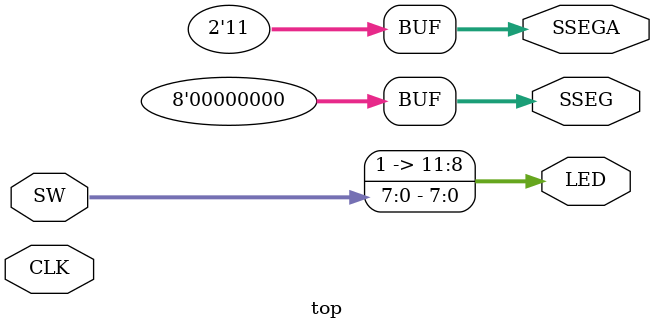
<source format=v>
`timescale 1ns / 1ps
module top(
	input CLK,
	input [7:0] SW,
	output [11:0] LED,
	output [7:0] SSEG,
	output [1:0] SSEGA
);

assign LED[11:8] = 4'b1111;
assign LED[7:0] = SW[7:0];

assign SSEG[7:0] = 8'b00000000;
assign SSEGA[1:0] = 2'b11;


endmodule

</source>
